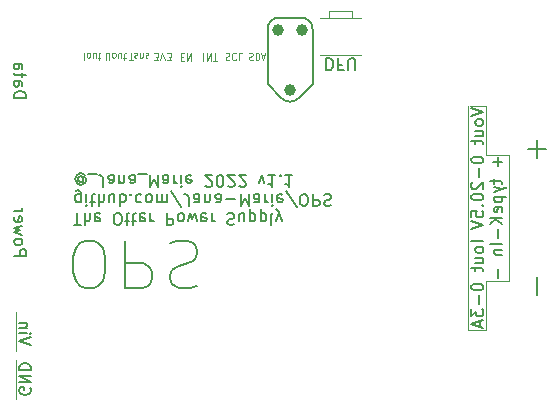
<source format=gbo>
G04 #@! TF.GenerationSoftware,KiCad,Pcbnew,6.0.2+dfsg-1*
G04 #@! TF.CreationDate,2022-08-31T22:25:43-07:00*
G04 #@! TF.ProjectId,OPS,4f50532e-6b69-4636-9164-5f7063625858,rev?*
G04 #@! TF.SameCoordinates,Original*
G04 #@! TF.FileFunction,Legend,Bot*
G04 #@! TF.FilePolarity,Positive*
%FSLAX46Y46*%
G04 Gerber Fmt 4.6, Leading zero omitted, Abs format (unit mm)*
G04 Created by KiCad (PCBNEW 6.0.2+dfsg-1) date 2022-08-31 22:25:43*
%MOMM*%
%LPD*%
G01*
G04 APERTURE LIST*
%ADD10C,0.120000*%
%ADD11C,0.150000*%
%ADD12C,0.100000*%
%ADD13C,0.200000*%
%ADD14C,0.127000*%
%ADD15C,0.988060*%
%ADD16C,0.985520*%
G04 APERTURE END LIST*
D10*
X53600000Y-75500000D02*
X53600000Y-78800000D01*
X93350000Y-77000000D02*
X91900000Y-77000000D01*
X53600000Y-79500000D02*
X53600000Y-82800000D01*
X91900000Y-77000000D02*
X91900000Y-58000000D01*
X93350000Y-72850000D02*
X93350000Y-77000000D01*
X93350000Y-58000000D02*
X93350000Y-62150000D01*
X95350000Y-62150000D02*
X95350000Y-72850000D01*
X93350000Y-62150000D02*
X95350000Y-62150000D01*
X95350000Y-72850000D02*
X93350000Y-72850000D01*
X92000000Y-58000000D02*
X93350000Y-58000000D01*
D11*
X54847619Y-78273809D02*
X53847619Y-77940476D01*
X54847619Y-77607142D01*
X53847619Y-77273809D02*
X54514285Y-77273809D01*
X54847619Y-77273809D02*
X54800000Y-77321428D01*
X54752380Y-77273809D01*
X54800000Y-77226190D01*
X54847619Y-77273809D01*
X54752380Y-77273809D01*
X54514285Y-76797619D02*
X53847619Y-76797619D01*
X54419047Y-76797619D02*
X54466666Y-76750000D01*
X54514285Y-76654761D01*
X54514285Y-76511904D01*
X54466666Y-76416666D01*
X54371428Y-76369047D01*
X53847619Y-76369047D01*
D12*
X73332142Y-53557142D02*
X73410714Y-53528571D01*
X73541666Y-53528571D01*
X73594047Y-53557142D01*
X73620238Y-53585714D01*
X73646428Y-53642857D01*
X73646428Y-53700000D01*
X73620238Y-53757142D01*
X73594047Y-53785714D01*
X73541666Y-53814285D01*
X73436904Y-53842857D01*
X73384523Y-53871428D01*
X73358333Y-53900000D01*
X73332142Y-53957142D01*
X73332142Y-54014285D01*
X73358333Y-54071428D01*
X73384523Y-54100000D01*
X73436904Y-54128571D01*
X73567857Y-54128571D01*
X73646428Y-54100000D01*
X73882142Y-53528571D02*
X73882142Y-54128571D01*
X74013095Y-54128571D01*
X74091666Y-54100000D01*
X74144047Y-54042857D01*
X74170238Y-53985714D01*
X74196428Y-53871428D01*
X74196428Y-53785714D01*
X74170238Y-53671428D01*
X74144047Y-53614285D01*
X74091666Y-53557142D01*
X74013095Y-53528571D01*
X73882142Y-53528571D01*
X74405952Y-53700000D02*
X74667857Y-53700000D01*
X74353571Y-53528571D02*
X74536904Y-54128571D01*
X74720238Y-53528571D01*
D11*
X53447619Y-70726190D02*
X54447619Y-70726190D01*
X54447619Y-70345238D01*
X54400000Y-70250000D01*
X54352380Y-70202380D01*
X54257142Y-70154761D01*
X54114285Y-70154761D01*
X54019047Y-70202380D01*
X53971428Y-70250000D01*
X53923809Y-70345238D01*
X53923809Y-70726190D01*
X53447619Y-69583333D02*
X53495238Y-69678571D01*
X53542857Y-69726190D01*
X53638095Y-69773809D01*
X53923809Y-69773809D01*
X54019047Y-69726190D01*
X54066666Y-69678571D01*
X54114285Y-69583333D01*
X54114285Y-69440476D01*
X54066666Y-69345238D01*
X54019047Y-69297619D01*
X53923809Y-69250000D01*
X53638095Y-69250000D01*
X53542857Y-69297619D01*
X53495238Y-69345238D01*
X53447619Y-69440476D01*
X53447619Y-69583333D01*
X54114285Y-68916666D02*
X53447619Y-68726190D01*
X53923809Y-68535714D01*
X53447619Y-68345238D01*
X54114285Y-68154761D01*
X53495238Y-67392857D02*
X53447619Y-67488095D01*
X53447619Y-67678571D01*
X53495238Y-67773809D01*
X53590476Y-67821428D01*
X53971428Y-67821428D01*
X54066666Y-67773809D01*
X54114285Y-67678571D01*
X54114285Y-67488095D01*
X54066666Y-67392857D01*
X53971428Y-67345238D01*
X53876190Y-67345238D01*
X53780952Y-67821428D01*
X53447619Y-66916666D02*
X54114285Y-66916666D01*
X53923809Y-66916666D02*
X54019047Y-66869047D01*
X54066666Y-66821428D01*
X54114285Y-66726190D01*
X54114285Y-66630952D01*
X53447619Y-57352380D02*
X54447619Y-57352380D01*
X54447619Y-57114285D01*
X54400000Y-56971428D01*
X54304761Y-56876190D01*
X54209523Y-56828571D01*
X54019047Y-56780952D01*
X53876190Y-56780952D01*
X53685714Y-56828571D01*
X53590476Y-56876190D01*
X53495238Y-56971428D01*
X53447619Y-57114285D01*
X53447619Y-57352380D01*
X53447619Y-55923809D02*
X53971428Y-55923809D01*
X54066666Y-55971428D01*
X54114285Y-56066666D01*
X54114285Y-56257142D01*
X54066666Y-56352380D01*
X53495238Y-55923809D02*
X53447619Y-56019047D01*
X53447619Y-56257142D01*
X53495238Y-56352380D01*
X53590476Y-56400000D01*
X53685714Y-56400000D01*
X53780952Y-56352380D01*
X53828571Y-56257142D01*
X53828571Y-56019047D01*
X53876190Y-55923809D01*
X54114285Y-55590476D02*
X54114285Y-55209523D01*
X54447619Y-55447619D02*
X53590476Y-55447619D01*
X53495238Y-55400000D01*
X53447619Y-55304761D01*
X53447619Y-55209523D01*
X53447619Y-54447619D02*
X53971428Y-54447619D01*
X54066666Y-54495238D01*
X54114285Y-54590476D01*
X54114285Y-54780952D01*
X54066666Y-54876190D01*
X53495238Y-54447619D02*
X53447619Y-54542857D01*
X53447619Y-54780952D01*
X53495238Y-54876190D01*
X53590476Y-54923809D01*
X53685714Y-54923809D01*
X53780952Y-54876190D01*
X53828571Y-54780952D01*
X53828571Y-54542857D01*
X53876190Y-54447619D01*
X92147380Y-58214285D02*
X93147380Y-58547619D01*
X92147380Y-58880952D01*
X93147380Y-59357142D02*
X93099761Y-59261904D01*
X93052142Y-59214285D01*
X92956904Y-59166666D01*
X92671190Y-59166666D01*
X92575952Y-59214285D01*
X92528333Y-59261904D01*
X92480714Y-59357142D01*
X92480714Y-59500000D01*
X92528333Y-59595238D01*
X92575952Y-59642857D01*
X92671190Y-59690476D01*
X92956904Y-59690476D01*
X93052142Y-59642857D01*
X93099761Y-59595238D01*
X93147380Y-59500000D01*
X93147380Y-59357142D01*
X92480714Y-60547619D02*
X93147380Y-60547619D01*
X92480714Y-60119047D02*
X93004523Y-60119047D01*
X93099761Y-60166666D01*
X93147380Y-60261904D01*
X93147380Y-60404761D01*
X93099761Y-60500000D01*
X93052142Y-60547619D01*
X92480714Y-60880952D02*
X92480714Y-61261904D01*
X92147380Y-61023809D02*
X93004523Y-61023809D01*
X93099761Y-61071428D01*
X93147380Y-61166666D01*
X93147380Y-61261904D01*
X92147380Y-62547619D02*
X92147380Y-62642857D01*
X92195000Y-62738095D01*
X92242619Y-62785714D01*
X92337857Y-62833333D01*
X92528333Y-62880952D01*
X92766428Y-62880952D01*
X92956904Y-62833333D01*
X93052142Y-62785714D01*
X93099761Y-62738095D01*
X93147380Y-62642857D01*
X93147380Y-62547619D01*
X93099761Y-62452380D01*
X93052142Y-62404761D01*
X92956904Y-62357142D01*
X92766428Y-62309523D01*
X92528333Y-62309523D01*
X92337857Y-62357142D01*
X92242619Y-62404761D01*
X92195000Y-62452380D01*
X92147380Y-62547619D01*
X92766428Y-63309523D02*
X92766428Y-64071428D01*
X92242619Y-64500000D02*
X92195000Y-64547619D01*
X92147380Y-64642857D01*
X92147380Y-64880952D01*
X92195000Y-64976190D01*
X92242619Y-65023809D01*
X92337857Y-65071428D01*
X92433095Y-65071428D01*
X92575952Y-65023809D01*
X93147380Y-64452380D01*
X93147380Y-65071428D01*
X92147380Y-65690476D02*
X92147380Y-65785714D01*
X92195000Y-65880952D01*
X92242619Y-65928571D01*
X92337857Y-65976190D01*
X92528333Y-66023809D01*
X92766428Y-66023809D01*
X92956904Y-65976190D01*
X93052142Y-65928571D01*
X93099761Y-65880952D01*
X93147380Y-65785714D01*
X93147380Y-65690476D01*
X93099761Y-65595238D01*
X93052142Y-65547619D01*
X92956904Y-65500000D01*
X92766428Y-65452380D01*
X92528333Y-65452380D01*
X92337857Y-65500000D01*
X92242619Y-65547619D01*
X92195000Y-65595238D01*
X92147380Y-65690476D01*
X93052142Y-66452380D02*
X93099761Y-66500000D01*
X93147380Y-66452380D01*
X93099761Y-66404761D01*
X93052142Y-66452380D01*
X93147380Y-66452380D01*
X92147380Y-67404761D02*
X92147380Y-66928571D01*
X92623571Y-66880952D01*
X92575952Y-66928571D01*
X92528333Y-67023809D01*
X92528333Y-67261904D01*
X92575952Y-67357142D01*
X92623571Y-67404761D01*
X92718809Y-67452380D01*
X92956904Y-67452380D01*
X93052142Y-67404761D01*
X93099761Y-67357142D01*
X93147380Y-67261904D01*
X93147380Y-67023809D01*
X93099761Y-66928571D01*
X93052142Y-66880952D01*
X92147380Y-67738095D02*
X93147380Y-68071428D01*
X92147380Y-68404761D01*
X93147380Y-69500000D02*
X92147380Y-69500000D01*
X93147380Y-70119047D02*
X93099761Y-70023809D01*
X93052142Y-69976190D01*
X92956904Y-69928571D01*
X92671190Y-69928571D01*
X92575952Y-69976190D01*
X92528333Y-70023809D01*
X92480714Y-70119047D01*
X92480714Y-70261904D01*
X92528333Y-70357142D01*
X92575952Y-70404761D01*
X92671190Y-70452380D01*
X92956904Y-70452380D01*
X93052142Y-70404761D01*
X93099761Y-70357142D01*
X93147380Y-70261904D01*
X93147380Y-70119047D01*
X92480714Y-71309523D02*
X93147380Y-71309523D01*
X92480714Y-70880952D02*
X93004523Y-70880952D01*
X93099761Y-70928571D01*
X93147380Y-71023809D01*
X93147380Y-71166666D01*
X93099761Y-71261904D01*
X93052142Y-71309523D01*
X92480714Y-71642857D02*
X92480714Y-72023809D01*
X92147380Y-71785714D02*
X93004523Y-71785714D01*
X93099761Y-71833333D01*
X93147380Y-71928571D01*
X93147380Y-72023809D01*
X92147380Y-73309523D02*
X92147380Y-73404761D01*
X92195000Y-73500000D01*
X92242619Y-73547619D01*
X92337857Y-73595238D01*
X92528333Y-73642857D01*
X92766428Y-73642857D01*
X92956904Y-73595238D01*
X93052142Y-73547619D01*
X93099761Y-73500000D01*
X93147380Y-73404761D01*
X93147380Y-73309523D01*
X93099761Y-73214285D01*
X93052142Y-73166666D01*
X92956904Y-73119047D01*
X92766428Y-73071428D01*
X92528333Y-73071428D01*
X92337857Y-73119047D01*
X92242619Y-73166666D01*
X92195000Y-73214285D01*
X92147380Y-73309523D01*
X92766428Y-74071428D02*
X92766428Y-74833333D01*
X92147380Y-75214285D02*
X92147380Y-75833333D01*
X92528333Y-75500000D01*
X92528333Y-75642857D01*
X92575952Y-75738095D01*
X92623571Y-75785714D01*
X92718809Y-75833333D01*
X92956904Y-75833333D01*
X93052142Y-75785714D01*
X93099761Y-75738095D01*
X93147380Y-75642857D01*
X93147380Y-75357142D01*
X93099761Y-75261904D01*
X93052142Y-75214285D01*
X92861666Y-76214285D02*
X92861666Y-76690476D01*
X93147380Y-76119047D02*
X92147380Y-76452380D01*
X93147380Y-76785714D01*
X94376428Y-62380952D02*
X94376428Y-63142857D01*
X94757380Y-62761904D02*
X93995476Y-62761904D01*
X94090714Y-64238095D02*
X94090714Y-64619047D01*
X93757380Y-64380952D02*
X94614523Y-64380952D01*
X94709761Y-64428571D01*
X94757380Y-64523809D01*
X94757380Y-64619047D01*
X94090714Y-64857142D02*
X94757380Y-65095238D01*
X94090714Y-65333333D02*
X94757380Y-65095238D01*
X94995476Y-65000000D01*
X95043095Y-64952380D01*
X95090714Y-64857142D01*
X94090714Y-65714285D02*
X95090714Y-65714285D01*
X94138333Y-65714285D02*
X94090714Y-65809523D01*
X94090714Y-66000000D01*
X94138333Y-66095238D01*
X94185952Y-66142857D01*
X94281190Y-66190476D01*
X94566904Y-66190476D01*
X94662142Y-66142857D01*
X94709761Y-66095238D01*
X94757380Y-66000000D01*
X94757380Y-65809523D01*
X94709761Y-65714285D01*
X94709761Y-67000000D02*
X94757380Y-66904761D01*
X94757380Y-66714285D01*
X94709761Y-66619047D01*
X94614523Y-66571428D01*
X94233571Y-66571428D01*
X94138333Y-66619047D01*
X94090714Y-66714285D01*
X94090714Y-66904761D01*
X94138333Y-67000000D01*
X94233571Y-67047619D01*
X94328809Y-67047619D01*
X94424047Y-66571428D01*
X94757380Y-67476190D02*
X93757380Y-67476190D01*
X94757380Y-68047619D02*
X94185952Y-67619047D01*
X93757380Y-68047619D02*
X94328809Y-67476190D01*
X94376428Y-68476190D02*
X94376428Y-69238095D01*
X94757380Y-69714285D02*
X93757380Y-69714285D01*
X94090714Y-70190476D02*
X94757380Y-70190476D01*
X94185952Y-70190476D02*
X94138333Y-70238095D01*
X94090714Y-70333333D01*
X94090714Y-70476190D01*
X94138333Y-70571428D01*
X94233571Y-70619047D01*
X94757380Y-70619047D01*
X94376428Y-71857142D02*
X94376428Y-72619047D01*
X54800000Y-81911904D02*
X54847619Y-82007142D01*
X54847619Y-82150000D01*
X54800000Y-82292857D01*
X54704761Y-82388095D01*
X54609523Y-82435714D01*
X54419047Y-82483333D01*
X54276190Y-82483333D01*
X54085714Y-82435714D01*
X53990476Y-82388095D01*
X53895238Y-82292857D01*
X53847619Y-82150000D01*
X53847619Y-82054761D01*
X53895238Y-81911904D01*
X53942857Y-81864285D01*
X54276190Y-81864285D01*
X54276190Y-82054761D01*
X53847619Y-81435714D02*
X54847619Y-81435714D01*
X53847619Y-80864285D01*
X54847619Y-80864285D01*
X53847619Y-80388095D02*
X54847619Y-80388095D01*
X54847619Y-80150000D01*
X54800000Y-80007142D01*
X54704761Y-79911904D01*
X54609523Y-79864285D01*
X54419047Y-79816666D01*
X54276190Y-79816666D01*
X54085714Y-79864285D01*
X53990476Y-79911904D01*
X53895238Y-80007142D01*
X53847619Y-80150000D01*
X53847619Y-80388095D01*
D12*
X59345238Y-53528571D02*
X59345238Y-54128571D01*
X59685714Y-53528571D02*
X59633333Y-53557142D01*
X59607142Y-53585714D01*
X59580952Y-53642857D01*
X59580952Y-53814285D01*
X59607142Y-53871428D01*
X59633333Y-53900000D01*
X59685714Y-53928571D01*
X59764285Y-53928571D01*
X59816666Y-53900000D01*
X59842857Y-53871428D01*
X59869047Y-53814285D01*
X59869047Y-53642857D01*
X59842857Y-53585714D01*
X59816666Y-53557142D01*
X59764285Y-53528571D01*
X59685714Y-53528571D01*
X60340476Y-53928571D02*
X60340476Y-53528571D01*
X60104761Y-53928571D02*
X60104761Y-53614285D01*
X60130952Y-53557142D01*
X60183333Y-53528571D01*
X60261904Y-53528571D01*
X60314285Y-53557142D01*
X60340476Y-53585714D01*
X60523809Y-53928571D02*
X60733333Y-53928571D01*
X60602380Y-54128571D02*
X60602380Y-53614285D01*
X60628571Y-53557142D01*
X60680952Y-53528571D01*
X60733333Y-53528571D01*
D11*
X79885714Y-53997619D02*
X79885714Y-54997619D01*
X80123809Y-54997619D01*
X80266666Y-54950000D01*
X80361904Y-54854761D01*
X80409523Y-54759523D01*
X80457142Y-54569047D01*
X80457142Y-54426190D01*
X80409523Y-54235714D01*
X80361904Y-54140476D01*
X80266666Y-54045238D01*
X80123809Y-53997619D01*
X79885714Y-53997619D01*
X81219047Y-54521428D02*
X80885714Y-54521428D01*
X80885714Y-53997619D02*
X80885714Y-54997619D01*
X81361904Y-54997619D01*
X81742857Y-54997619D02*
X81742857Y-54188095D01*
X81790476Y-54092857D01*
X81838095Y-54045238D01*
X81933333Y-53997619D01*
X82123809Y-53997619D01*
X82219047Y-54045238D01*
X82266666Y-54092857D01*
X82314285Y-54188095D01*
X82314285Y-54997619D01*
D12*
X61188095Y-54128571D02*
X61188095Y-53642857D01*
X61214285Y-53585714D01*
X61240476Y-53557142D01*
X61292857Y-53528571D01*
X61397619Y-53528571D01*
X61450000Y-53557142D01*
X61476190Y-53585714D01*
X61502380Y-53642857D01*
X61502380Y-54128571D01*
X61842857Y-53528571D02*
X61790476Y-53557142D01*
X61764285Y-53585714D01*
X61738095Y-53642857D01*
X61738095Y-53814285D01*
X61764285Y-53871428D01*
X61790476Y-53900000D01*
X61842857Y-53928571D01*
X61921428Y-53928571D01*
X61973809Y-53900000D01*
X62000000Y-53871428D01*
X62026190Y-53814285D01*
X62026190Y-53642857D01*
X62000000Y-53585714D01*
X61973809Y-53557142D01*
X61921428Y-53528571D01*
X61842857Y-53528571D01*
X62497619Y-53928571D02*
X62497619Y-53528571D01*
X62261904Y-53928571D02*
X62261904Y-53614285D01*
X62288095Y-53557142D01*
X62340476Y-53528571D01*
X62419047Y-53528571D01*
X62471428Y-53557142D01*
X62497619Y-53585714D01*
X62680952Y-53928571D02*
X62890476Y-53928571D01*
X62759523Y-54128571D02*
X62759523Y-53614285D01*
X62785714Y-53557142D01*
X62838095Y-53528571D01*
X62890476Y-53528571D01*
X69457142Y-53578571D02*
X69457142Y-54178571D01*
X69742857Y-53578571D02*
X69742857Y-54178571D01*
X70085714Y-53578571D01*
X70085714Y-54178571D01*
X70285714Y-54178571D02*
X70628571Y-54178571D01*
X70457142Y-53578571D02*
X70457142Y-54178571D01*
D11*
X58492738Y-68107619D02*
X59064166Y-68107619D01*
X58778452Y-67107619D02*
X58778452Y-68107619D01*
X59397500Y-67107619D02*
X59397500Y-68107619D01*
X59826071Y-67107619D02*
X59826071Y-67631428D01*
X59778452Y-67726666D01*
X59683214Y-67774285D01*
X59540357Y-67774285D01*
X59445119Y-67726666D01*
X59397500Y-67679047D01*
X60683214Y-67155238D02*
X60587976Y-67107619D01*
X60397500Y-67107619D01*
X60302261Y-67155238D01*
X60254642Y-67250476D01*
X60254642Y-67631428D01*
X60302261Y-67726666D01*
X60397500Y-67774285D01*
X60587976Y-67774285D01*
X60683214Y-67726666D01*
X60730833Y-67631428D01*
X60730833Y-67536190D01*
X60254642Y-67440952D01*
X62111785Y-68107619D02*
X62302261Y-68107619D01*
X62397500Y-68060000D01*
X62492738Y-67964761D01*
X62540357Y-67774285D01*
X62540357Y-67440952D01*
X62492738Y-67250476D01*
X62397500Y-67155238D01*
X62302261Y-67107619D01*
X62111785Y-67107619D01*
X62016547Y-67155238D01*
X61921309Y-67250476D01*
X61873690Y-67440952D01*
X61873690Y-67774285D01*
X61921309Y-67964761D01*
X62016547Y-68060000D01*
X62111785Y-68107619D01*
X62826071Y-67774285D02*
X63207023Y-67774285D01*
X62968928Y-68107619D02*
X62968928Y-67250476D01*
X63016547Y-67155238D01*
X63111785Y-67107619D01*
X63207023Y-67107619D01*
X63397499Y-67774285D02*
X63778452Y-67774285D01*
X63540357Y-68107619D02*
X63540357Y-67250476D01*
X63587976Y-67155238D01*
X63683214Y-67107619D01*
X63778452Y-67107619D01*
X64492738Y-67155238D02*
X64397499Y-67107619D01*
X64207023Y-67107619D01*
X64111785Y-67155238D01*
X64064166Y-67250476D01*
X64064166Y-67631428D01*
X64111785Y-67726666D01*
X64207023Y-67774285D01*
X64397499Y-67774285D01*
X64492738Y-67726666D01*
X64540357Y-67631428D01*
X64540357Y-67536190D01*
X64064166Y-67440952D01*
X64968928Y-67107619D02*
X64968928Y-67774285D01*
X64968928Y-67583809D02*
X65016547Y-67679047D01*
X65064166Y-67726666D01*
X65159404Y-67774285D01*
X65254642Y-67774285D01*
X66349880Y-67107619D02*
X66349880Y-68107619D01*
X66730833Y-68107619D01*
X66826071Y-68060000D01*
X66873690Y-68012380D01*
X66921309Y-67917142D01*
X66921309Y-67774285D01*
X66873690Y-67679047D01*
X66826071Y-67631428D01*
X66730833Y-67583809D01*
X66349880Y-67583809D01*
X67492738Y-67107619D02*
X67397500Y-67155238D01*
X67349880Y-67202857D01*
X67302261Y-67298095D01*
X67302261Y-67583809D01*
X67349880Y-67679047D01*
X67397500Y-67726666D01*
X67492738Y-67774285D01*
X67635595Y-67774285D01*
X67730833Y-67726666D01*
X67778452Y-67679047D01*
X67826071Y-67583809D01*
X67826071Y-67298095D01*
X67778452Y-67202857D01*
X67730833Y-67155238D01*
X67635595Y-67107619D01*
X67492738Y-67107619D01*
X68159404Y-67774285D02*
X68349880Y-67107619D01*
X68540357Y-67583809D01*
X68730833Y-67107619D01*
X68921309Y-67774285D01*
X69683214Y-67155238D02*
X69587976Y-67107619D01*
X69397500Y-67107619D01*
X69302261Y-67155238D01*
X69254642Y-67250476D01*
X69254642Y-67631428D01*
X69302261Y-67726666D01*
X69397500Y-67774285D01*
X69587976Y-67774285D01*
X69683214Y-67726666D01*
X69730833Y-67631428D01*
X69730833Y-67536190D01*
X69254642Y-67440952D01*
X70159404Y-67107619D02*
X70159404Y-67774285D01*
X70159404Y-67583809D02*
X70207023Y-67679047D01*
X70254642Y-67726666D01*
X70349880Y-67774285D01*
X70445119Y-67774285D01*
X71492738Y-67155238D02*
X71635595Y-67107619D01*
X71873690Y-67107619D01*
X71968928Y-67155238D01*
X72016547Y-67202857D01*
X72064166Y-67298095D01*
X72064166Y-67393333D01*
X72016547Y-67488571D01*
X71968928Y-67536190D01*
X71873690Y-67583809D01*
X71683214Y-67631428D01*
X71587976Y-67679047D01*
X71540357Y-67726666D01*
X71492738Y-67821904D01*
X71492738Y-67917142D01*
X71540357Y-68012380D01*
X71587976Y-68060000D01*
X71683214Y-68107619D01*
X71921309Y-68107619D01*
X72064166Y-68060000D01*
X72921309Y-67774285D02*
X72921309Y-67107619D01*
X72492738Y-67774285D02*
X72492738Y-67250476D01*
X72540357Y-67155238D01*
X72635595Y-67107619D01*
X72778452Y-67107619D01*
X72873690Y-67155238D01*
X72921309Y-67202857D01*
X73397500Y-67774285D02*
X73397500Y-66774285D01*
X73397500Y-67726666D02*
X73492738Y-67774285D01*
X73683214Y-67774285D01*
X73778452Y-67726666D01*
X73826071Y-67679047D01*
X73873690Y-67583809D01*
X73873690Y-67298095D01*
X73826071Y-67202857D01*
X73778452Y-67155238D01*
X73683214Y-67107619D01*
X73492738Y-67107619D01*
X73397500Y-67155238D01*
X74302261Y-67774285D02*
X74302261Y-66774285D01*
X74302261Y-67726666D02*
X74397500Y-67774285D01*
X74587976Y-67774285D01*
X74683214Y-67726666D01*
X74730833Y-67679047D01*
X74778452Y-67583809D01*
X74778452Y-67298095D01*
X74730833Y-67202857D01*
X74683214Y-67155238D01*
X74587976Y-67107619D01*
X74397500Y-67107619D01*
X74302261Y-67155238D01*
X75349880Y-67107619D02*
X75254642Y-67155238D01*
X75207023Y-67250476D01*
X75207023Y-68107619D01*
X75635595Y-67774285D02*
X75873690Y-67107619D01*
X76111785Y-67774285D02*
X75873690Y-67107619D01*
X75778452Y-66869523D01*
X75730833Y-66821904D01*
X75635595Y-66774285D01*
X59064166Y-66164285D02*
X59064166Y-65354761D01*
X59016547Y-65259523D01*
X58968928Y-65211904D01*
X58873690Y-65164285D01*
X58730833Y-65164285D01*
X58635595Y-65211904D01*
X59064166Y-65545238D02*
X58968928Y-65497619D01*
X58778452Y-65497619D01*
X58683214Y-65545238D01*
X58635595Y-65592857D01*
X58587976Y-65688095D01*
X58587976Y-65973809D01*
X58635595Y-66069047D01*
X58683214Y-66116666D01*
X58778452Y-66164285D01*
X58968928Y-66164285D01*
X59064166Y-66116666D01*
X59540357Y-65497619D02*
X59540357Y-66164285D01*
X59540357Y-66497619D02*
X59492738Y-66450000D01*
X59540357Y-66402380D01*
X59587976Y-66450000D01*
X59540357Y-66497619D01*
X59540357Y-66402380D01*
X59873690Y-66164285D02*
X60254642Y-66164285D01*
X60016547Y-66497619D02*
X60016547Y-65640476D01*
X60064166Y-65545238D01*
X60159404Y-65497619D01*
X60254642Y-65497619D01*
X60587976Y-65497619D02*
X60587976Y-66497619D01*
X61016547Y-65497619D02*
X61016547Y-66021428D01*
X60968928Y-66116666D01*
X60873690Y-66164285D01*
X60730833Y-66164285D01*
X60635595Y-66116666D01*
X60587976Y-66069047D01*
X61921309Y-66164285D02*
X61921309Y-65497619D01*
X61492738Y-66164285D02*
X61492738Y-65640476D01*
X61540357Y-65545238D01*
X61635595Y-65497619D01*
X61778452Y-65497619D01*
X61873690Y-65545238D01*
X61921309Y-65592857D01*
X62397499Y-65497619D02*
X62397499Y-66497619D01*
X62397499Y-66116666D02*
X62492738Y-66164285D01*
X62683214Y-66164285D01*
X62778452Y-66116666D01*
X62826071Y-66069047D01*
X62873690Y-65973809D01*
X62873690Y-65688095D01*
X62826071Y-65592857D01*
X62778452Y-65545238D01*
X62683214Y-65497619D01*
X62492738Y-65497619D01*
X62397499Y-65545238D01*
X63302261Y-65592857D02*
X63349880Y-65545238D01*
X63302261Y-65497619D01*
X63254642Y-65545238D01*
X63302261Y-65592857D01*
X63302261Y-65497619D01*
X64207023Y-65545238D02*
X64111785Y-65497619D01*
X63921309Y-65497619D01*
X63826071Y-65545238D01*
X63778452Y-65592857D01*
X63730833Y-65688095D01*
X63730833Y-65973809D01*
X63778452Y-66069047D01*
X63826071Y-66116666D01*
X63921309Y-66164285D01*
X64111785Y-66164285D01*
X64207023Y-66116666D01*
X64778452Y-65497619D02*
X64683214Y-65545238D01*
X64635595Y-65592857D01*
X64587976Y-65688095D01*
X64587976Y-65973809D01*
X64635595Y-66069047D01*
X64683214Y-66116666D01*
X64778452Y-66164285D01*
X64921309Y-66164285D01*
X65016547Y-66116666D01*
X65064166Y-66069047D01*
X65111785Y-65973809D01*
X65111785Y-65688095D01*
X65064166Y-65592857D01*
X65016547Y-65545238D01*
X64921309Y-65497619D01*
X64778452Y-65497619D01*
X65540357Y-65497619D02*
X65540357Y-66164285D01*
X65540357Y-66069047D02*
X65587976Y-66116666D01*
X65683214Y-66164285D01*
X65826071Y-66164285D01*
X65921309Y-66116666D01*
X65968928Y-66021428D01*
X65968928Y-65497619D01*
X65968928Y-66021428D02*
X66016547Y-66116666D01*
X66111785Y-66164285D01*
X66254642Y-66164285D01*
X66349880Y-66116666D01*
X66397499Y-66021428D01*
X66397499Y-65497619D01*
X67587976Y-66545238D02*
X66730833Y-65259523D01*
X68207023Y-66497619D02*
X68207023Y-65783333D01*
X68159404Y-65640476D01*
X68064166Y-65545238D01*
X67921309Y-65497619D01*
X67826071Y-65497619D01*
X69111785Y-65497619D02*
X69111785Y-66021428D01*
X69064166Y-66116666D01*
X68968928Y-66164285D01*
X68778452Y-66164285D01*
X68683214Y-66116666D01*
X69111785Y-65545238D02*
X69016547Y-65497619D01*
X68778452Y-65497619D01*
X68683214Y-65545238D01*
X68635595Y-65640476D01*
X68635595Y-65735714D01*
X68683214Y-65830952D01*
X68778452Y-65878571D01*
X69016547Y-65878571D01*
X69111785Y-65926190D01*
X69587976Y-66164285D02*
X69587976Y-65497619D01*
X69587976Y-66069047D02*
X69635595Y-66116666D01*
X69730833Y-66164285D01*
X69873690Y-66164285D01*
X69968928Y-66116666D01*
X70016547Y-66021428D01*
X70016547Y-65497619D01*
X70921309Y-65497619D02*
X70921309Y-66021428D01*
X70873690Y-66116666D01*
X70778452Y-66164285D01*
X70587976Y-66164285D01*
X70492738Y-66116666D01*
X70921309Y-65545238D02*
X70826071Y-65497619D01*
X70587976Y-65497619D01*
X70492738Y-65545238D01*
X70445119Y-65640476D01*
X70445119Y-65735714D01*
X70492738Y-65830952D01*
X70587976Y-65878571D01*
X70826071Y-65878571D01*
X70921309Y-65926190D01*
X71397500Y-65878571D02*
X72159404Y-65878571D01*
X72635595Y-65497619D02*
X72635595Y-66497619D01*
X72968928Y-65783333D01*
X73302261Y-66497619D01*
X73302261Y-65497619D01*
X74207023Y-65497619D02*
X74207023Y-66021428D01*
X74159404Y-66116666D01*
X74064166Y-66164285D01*
X73873690Y-66164285D01*
X73778452Y-66116666D01*
X74207023Y-65545238D02*
X74111785Y-65497619D01*
X73873690Y-65497619D01*
X73778452Y-65545238D01*
X73730833Y-65640476D01*
X73730833Y-65735714D01*
X73778452Y-65830952D01*
X73873690Y-65878571D01*
X74111785Y-65878571D01*
X74207023Y-65926190D01*
X74683214Y-65497619D02*
X74683214Y-66164285D01*
X74683214Y-65973809D02*
X74730833Y-66069047D01*
X74778452Y-66116666D01*
X74873690Y-66164285D01*
X74968928Y-66164285D01*
X75302261Y-65497619D02*
X75302261Y-66164285D01*
X75302261Y-66497619D02*
X75254642Y-66450000D01*
X75302261Y-66402380D01*
X75349880Y-66450000D01*
X75302261Y-66497619D01*
X75302261Y-66402380D01*
X76159404Y-65545238D02*
X76064166Y-65497619D01*
X75873690Y-65497619D01*
X75778452Y-65545238D01*
X75730833Y-65640476D01*
X75730833Y-66021428D01*
X75778452Y-66116666D01*
X75873690Y-66164285D01*
X76064166Y-66164285D01*
X76159404Y-66116666D01*
X76207023Y-66021428D01*
X76207023Y-65926190D01*
X75730833Y-65830952D01*
X77349880Y-66545238D02*
X76492738Y-65259523D01*
X77873690Y-66497619D02*
X78064166Y-66497619D01*
X78159404Y-66450000D01*
X78254642Y-66354761D01*
X78302261Y-66164285D01*
X78302261Y-65830952D01*
X78254642Y-65640476D01*
X78159404Y-65545238D01*
X78064166Y-65497619D01*
X77873690Y-65497619D01*
X77778452Y-65545238D01*
X77683214Y-65640476D01*
X77635595Y-65830952D01*
X77635595Y-66164285D01*
X77683214Y-66354761D01*
X77778452Y-66450000D01*
X77873690Y-66497619D01*
X78730833Y-65497619D02*
X78730833Y-66497619D01*
X79111785Y-66497619D01*
X79207023Y-66450000D01*
X79254642Y-66402380D01*
X79302261Y-66307142D01*
X79302261Y-66164285D01*
X79254642Y-66069047D01*
X79207023Y-66021428D01*
X79111785Y-65973809D01*
X78730833Y-65973809D01*
X79683214Y-65545238D02*
X79826071Y-65497619D01*
X80064166Y-65497619D01*
X80159404Y-65545238D01*
X80207023Y-65592857D01*
X80254642Y-65688095D01*
X80254642Y-65783333D01*
X80207023Y-65878571D01*
X80159404Y-65926190D01*
X80064166Y-65973809D01*
X79873690Y-66021428D01*
X79778452Y-66069047D01*
X79730833Y-66116666D01*
X79683214Y-66211904D01*
X79683214Y-66307142D01*
X79730833Y-66402380D01*
X79778452Y-66450000D01*
X79873690Y-66497619D01*
X80111785Y-66497619D01*
X80254642Y-66450000D01*
X59254642Y-64363809D02*
X59207023Y-64411428D01*
X59111785Y-64459047D01*
X59016547Y-64459047D01*
X58921309Y-64411428D01*
X58873690Y-64363809D01*
X58826071Y-64268571D01*
X58826071Y-64173333D01*
X58873690Y-64078095D01*
X58921309Y-64030476D01*
X59016547Y-63982857D01*
X59111785Y-63982857D01*
X59207023Y-64030476D01*
X59254642Y-64078095D01*
X59254642Y-64459047D02*
X59254642Y-64078095D01*
X59302261Y-64030476D01*
X59349880Y-64030476D01*
X59445119Y-64078095D01*
X59492738Y-64173333D01*
X59492738Y-64411428D01*
X59397500Y-64554285D01*
X59254642Y-64649523D01*
X59064166Y-64697142D01*
X58873690Y-64649523D01*
X58730833Y-64554285D01*
X58635595Y-64411428D01*
X58587976Y-64220952D01*
X58635595Y-64030476D01*
X58730833Y-63887619D01*
X58873690Y-63792380D01*
X59064166Y-63744761D01*
X59254642Y-63792380D01*
X59397500Y-63887619D01*
X59683214Y-63792380D02*
X60445119Y-63792380D01*
X60968928Y-64887619D02*
X60968928Y-64173333D01*
X60921309Y-64030476D01*
X60826071Y-63935238D01*
X60683214Y-63887619D01*
X60587976Y-63887619D01*
X61873690Y-63887619D02*
X61873690Y-64411428D01*
X61826071Y-64506666D01*
X61730833Y-64554285D01*
X61540357Y-64554285D01*
X61445119Y-64506666D01*
X61873690Y-63935238D02*
X61778452Y-63887619D01*
X61540357Y-63887619D01*
X61445119Y-63935238D01*
X61397500Y-64030476D01*
X61397500Y-64125714D01*
X61445119Y-64220952D01*
X61540357Y-64268571D01*
X61778452Y-64268571D01*
X61873690Y-64316190D01*
X62349880Y-64554285D02*
X62349880Y-63887619D01*
X62349880Y-64459047D02*
X62397500Y-64506666D01*
X62492738Y-64554285D01*
X62635595Y-64554285D01*
X62730833Y-64506666D01*
X62778452Y-64411428D01*
X62778452Y-63887619D01*
X63683214Y-63887619D02*
X63683214Y-64411428D01*
X63635595Y-64506666D01*
X63540357Y-64554285D01*
X63349880Y-64554285D01*
X63254642Y-64506666D01*
X63683214Y-63935238D02*
X63587976Y-63887619D01*
X63349880Y-63887619D01*
X63254642Y-63935238D01*
X63207023Y-64030476D01*
X63207023Y-64125714D01*
X63254642Y-64220952D01*
X63349880Y-64268571D01*
X63587976Y-64268571D01*
X63683214Y-64316190D01*
X63921309Y-63792380D02*
X64683214Y-63792380D01*
X64921309Y-63887619D02*
X64921309Y-64887619D01*
X65254642Y-64173333D01*
X65587976Y-64887619D01*
X65587976Y-63887619D01*
X66492738Y-63887619D02*
X66492738Y-64411428D01*
X66445119Y-64506666D01*
X66349880Y-64554285D01*
X66159404Y-64554285D01*
X66064166Y-64506666D01*
X66492738Y-63935238D02*
X66397500Y-63887619D01*
X66159404Y-63887619D01*
X66064166Y-63935238D01*
X66016547Y-64030476D01*
X66016547Y-64125714D01*
X66064166Y-64220952D01*
X66159404Y-64268571D01*
X66397500Y-64268571D01*
X66492738Y-64316190D01*
X66968928Y-63887619D02*
X66968928Y-64554285D01*
X66968928Y-64363809D02*
X67016547Y-64459047D01*
X67064166Y-64506666D01*
X67159404Y-64554285D01*
X67254642Y-64554285D01*
X67587976Y-63887619D02*
X67587976Y-64554285D01*
X67587976Y-64887619D02*
X67540357Y-64840000D01*
X67587976Y-64792380D01*
X67635595Y-64840000D01*
X67587976Y-64887619D01*
X67587976Y-64792380D01*
X68445119Y-63935238D02*
X68349880Y-63887619D01*
X68159404Y-63887619D01*
X68064166Y-63935238D01*
X68016547Y-64030476D01*
X68016547Y-64411428D01*
X68064166Y-64506666D01*
X68159404Y-64554285D01*
X68349880Y-64554285D01*
X68445119Y-64506666D01*
X68492738Y-64411428D01*
X68492738Y-64316190D01*
X68016547Y-64220952D01*
X69635595Y-64792380D02*
X69683214Y-64840000D01*
X69778452Y-64887619D01*
X70016547Y-64887619D01*
X70111785Y-64840000D01*
X70159404Y-64792380D01*
X70207023Y-64697142D01*
X70207023Y-64601904D01*
X70159404Y-64459047D01*
X69587976Y-63887619D01*
X70207023Y-63887619D01*
X70826071Y-64887619D02*
X70921309Y-64887619D01*
X71016547Y-64840000D01*
X71064166Y-64792380D01*
X71111785Y-64697142D01*
X71159404Y-64506666D01*
X71159404Y-64268571D01*
X71111785Y-64078095D01*
X71064166Y-63982857D01*
X71016547Y-63935238D01*
X70921309Y-63887619D01*
X70826071Y-63887619D01*
X70730833Y-63935238D01*
X70683214Y-63982857D01*
X70635595Y-64078095D01*
X70587976Y-64268571D01*
X70587976Y-64506666D01*
X70635595Y-64697142D01*
X70683214Y-64792380D01*
X70730833Y-64840000D01*
X70826071Y-64887619D01*
X71540357Y-64792380D02*
X71587976Y-64840000D01*
X71683214Y-64887619D01*
X71921309Y-64887619D01*
X72016547Y-64840000D01*
X72064166Y-64792380D01*
X72111785Y-64697142D01*
X72111785Y-64601904D01*
X72064166Y-64459047D01*
X71492738Y-63887619D01*
X72111785Y-63887619D01*
X72492738Y-64792380D02*
X72540357Y-64840000D01*
X72635595Y-64887619D01*
X72873690Y-64887619D01*
X72968928Y-64840000D01*
X73016547Y-64792380D01*
X73064166Y-64697142D01*
X73064166Y-64601904D01*
X73016547Y-64459047D01*
X72445119Y-63887619D01*
X73064166Y-63887619D01*
X74159404Y-64554285D02*
X74397500Y-63887619D01*
X74635595Y-64554285D01*
X75540357Y-63887619D02*
X74968928Y-63887619D01*
X75254642Y-63887619D02*
X75254642Y-64887619D01*
X75159404Y-64744761D01*
X75064166Y-64649523D01*
X74968928Y-64601904D01*
X75968928Y-63982857D02*
X76016547Y-63935238D01*
X75968928Y-63887619D01*
X75921309Y-63935238D01*
X75968928Y-63982857D01*
X75968928Y-63887619D01*
X76968928Y-63887619D02*
X76397500Y-63887619D01*
X76683214Y-63887619D02*
X76683214Y-64887619D01*
X76587976Y-64744761D01*
X76492738Y-64649523D01*
X76397500Y-64601904D01*
D12*
X67557142Y-53892857D02*
X67757142Y-53892857D01*
X67842857Y-53578571D02*
X67557142Y-53578571D01*
X67557142Y-54178571D01*
X67842857Y-54178571D01*
X68100000Y-53578571D02*
X68100000Y-54178571D01*
X68442857Y-53578571D01*
X68442857Y-54178571D01*
D11*
X97707142Y-74071428D02*
X97707142Y-72547619D01*
X97707142Y-62452380D02*
X97707142Y-60928571D01*
X96945238Y-61690476D02*
X98469047Y-61690476D01*
D12*
X65257142Y-54128571D02*
X65628571Y-54128571D01*
X65428571Y-53900000D01*
X65514285Y-53900000D01*
X65571428Y-53871428D01*
X65600000Y-53842857D01*
X65628571Y-53785714D01*
X65628571Y-53642857D01*
X65600000Y-53585714D01*
X65571428Y-53557142D01*
X65514285Y-53528571D01*
X65342857Y-53528571D01*
X65285714Y-53557142D01*
X65257142Y-53585714D01*
X65800000Y-54128571D02*
X66000000Y-53528571D01*
X66200000Y-54128571D01*
X66342857Y-54128571D02*
X66714285Y-54128571D01*
X66514285Y-53900000D01*
X66600000Y-53900000D01*
X66657142Y-53871428D01*
X66685714Y-53842857D01*
X66714285Y-53785714D01*
X66714285Y-53642857D01*
X66685714Y-53585714D01*
X66657142Y-53557142D01*
X66600000Y-53528571D01*
X66428571Y-53528571D01*
X66371428Y-53557142D01*
X66342857Y-53585714D01*
D13*
X59414285Y-73440476D02*
X60176190Y-73440476D01*
X60557142Y-73250000D01*
X60938095Y-72869047D01*
X61128571Y-72107142D01*
X61128571Y-70773809D01*
X60938095Y-70011904D01*
X60557142Y-69630952D01*
X60176190Y-69440476D01*
X59414285Y-69440476D01*
X59033333Y-69630952D01*
X58652380Y-70011904D01*
X58461904Y-70773809D01*
X58461904Y-72107142D01*
X58652380Y-72869047D01*
X59033333Y-73250000D01*
X59414285Y-73440476D01*
X62842857Y-69440476D02*
X62842857Y-73440476D01*
X64366666Y-73440476D01*
X64747619Y-73250000D01*
X64938095Y-73059523D01*
X65128571Y-72678571D01*
X65128571Y-72107142D01*
X64938095Y-71726190D01*
X64747619Y-71535714D01*
X64366666Y-71345238D01*
X62842857Y-71345238D01*
X66652380Y-69630952D02*
X67223809Y-69440476D01*
X68176190Y-69440476D01*
X68557142Y-69630952D01*
X68747619Y-69821428D01*
X68938095Y-70202380D01*
X68938095Y-70583333D01*
X68747619Y-70964285D01*
X68557142Y-71154761D01*
X68176190Y-71345238D01*
X67414285Y-71535714D01*
X67033333Y-71726190D01*
X66842857Y-71916666D01*
X66652380Y-72297619D01*
X66652380Y-72678571D01*
X66842857Y-73059523D01*
X67033333Y-73250000D01*
X67414285Y-73440476D01*
X68366666Y-73440476D01*
X68938095Y-73250000D01*
D12*
X71345238Y-53557142D02*
X71423809Y-53528571D01*
X71554761Y-53528571D01*
X71607142Y-53557142D01*
X71633333Y-53585714D01*
X71659523Y-53642857D01*
X71659523Y-53700000D01*
X71633333Y-53757142D01*
X71607142Y-53785714D01*
X71554761Y-53814285D01*
X71450000Y-53842857D01*
X71397619Y-53871428D01*
X71371428Y-53900000D01*
X71345238Y-53957142D01*
X71345238Y-54014285D01*
X71371428Y-54071428D01*
X71397619Y-54100000D01*
X71450000Y-54128571D01*
X71580952Y-54128571D01*
X71659523Y-54100000D01*
X72209523Y-53585714D02*
X72183333Y-53557142D01*
X72104761Y-53528571D01*
X72052380Y-53528571D01*
X71973809Y-53557142D01*
X71921428Y-53614285D01*
X71895238Y-53671428D01*
X71869047Y-53785714D01*
X71869047Y-53871428D01*
X71895238Y-53985714D01*
X71921428Y-54042857D01*
X71973809Y-54100000D01*
X72052380Y-54128571D01*
X72104761Y-54128571D01*
X72183333Y-54100000D01*
X72209523Y-54071428D01*
X72707142Y-53528571D02*
X72445238Y-53528571D01*
X72445238Y-54128571D01*
X63148809Y-54128571D02*
X63463095Y-54128571D01*
X63305952Y-53528571D02*
X63305952Y-54128571D01*
X63620238Y-53557142D02*
X63672619Y-53528571D01*
X63777380Y-53528571D01*
X63829761Y-53557142D01*
X63855952Y-53614285D01*
X63855952Y-53642857D01*
X63829761Y-53700000D01*
X63777380Y-53728571D01*
X63698809Y-53728571D01*
X63646428Y-53757142D01*
X63620238Y-53814285D01*
X63620238Y-53842857D01*
X63646428Y-53900000D01*
X63698809Y-53928571D01*
X63777380Y-53928571D01*
X63829761Y-53900000D01*
X64091666Y-53928571D02*
X64091666Y-53528571D01*
X64091666Y-53871428D02*
X64117857Y-53900000D01*
X64170238Y-53928571D01*
X64248809Y-53928571D01*
X64301190Y-53900000D01*
X64327380Y-53842857D01*
X64327380Y-53528571D01*
X64563095Y-53557142D02*
X64615476Y-53528571D01*
X64720238Y-53528571D01*
X64772619Y-53557142D01*
X64798809Y-53614285D01*
X64798809Y-53642857D01*
X64772619Y-53700000D01*
X64720238Y-53728571D01*
X64641666Y-53728571D01*
X64589285Y-53757142D01*
X64563095Y-53814285D01*
X64563095Y-53842857D01*
X64589285Y-53900000D01*
X64641666Y-53928571D01*
X64720238Y-53928571D01*
X64772619Y-53900000D01*
D14*
X74895000Y-51496500D02*
X74895000Y-56182800D01*
X77752500Y-50544000D02*
X75847500Y-50544000D01*
X78705000Y-51496500D02*
X78705000Y-56182800D01*
X77523900Y-57363900D02*
X78705000Y-56182800D01*
X76076100Y-57363900D02*
X74895000Y-56182800D01*
X76076100Y-57363900D02*
G75*
G03*
X77523900Y-57363900I723900J723901D01*
G01*
X75847500Y-50544000D02*
G75*
G03*
X74895000Y-51496500I1J-952501D01*
G01*
X78705000Y-51496500D02*
G75*
G03*
X77752500Y-50544000I-952501J-1D01*
G01*
D10*
X79325000Y-53700000D02*
X82825000Y-53700000D01*
X82825000Y-50600000D02*
X79325000Y-50600000D01*
X82025000Y-50600000D02*
X82025000Y-49950000D01*
X82025000Y-49950000D02*
X80125000Y-49950000D01*
X80125000Y-49950000D02*
X80125000Y-50600000D01*
D15*
X76800000Y-56640000D03*
D16*
X77816000Y-51560000D03*
X75784000Y-51560000D03*
M02*

</source>
